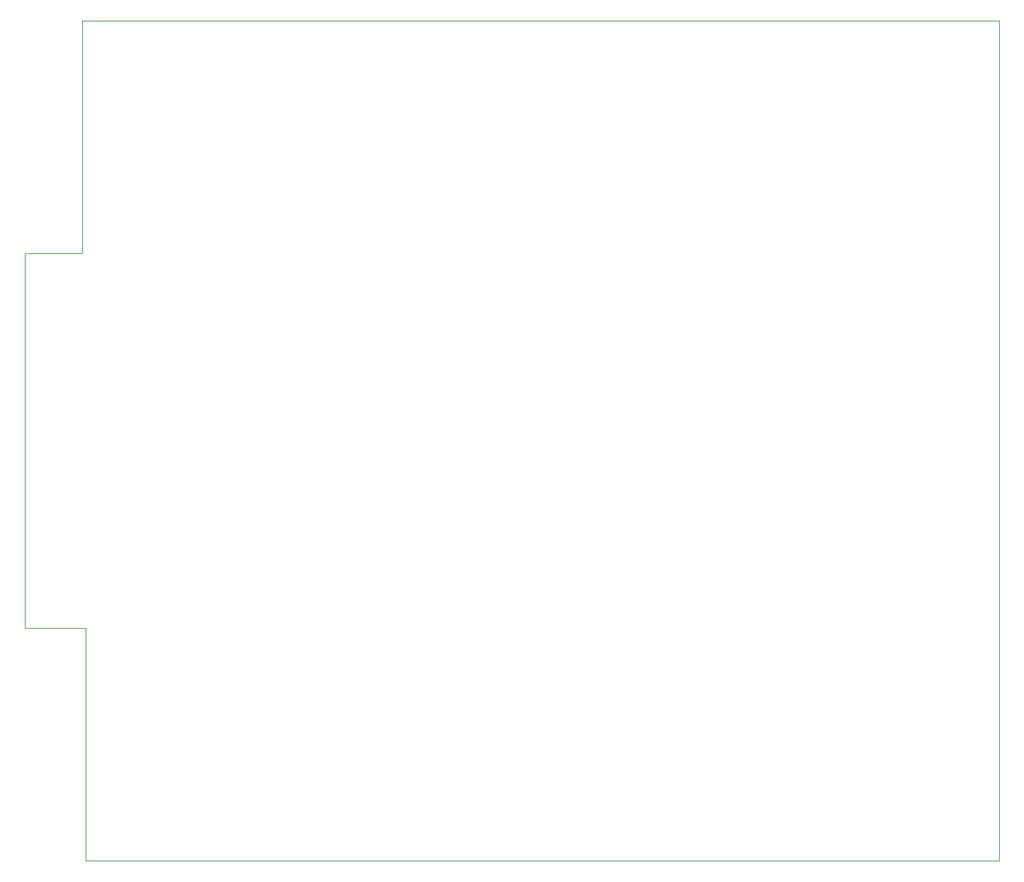
<source format=gbr>
%TF.GenerationSoftware,KiCad,Pcbnew,7.0.2*%
%TF.CreationDate,2023-10-26T19:02:48-06:00*%
%TF.ProjectId,LED_Probe_Breakout,4c45445f-5072-46f6-9265-5f427265616b,rev?*%
%TF.SameCoordinates,Original*%
%TF.FileFunction,Profile,NP*%
%FSLAX46Y46*%
G04 Gerber Fmt 4.6, Leading zero omitted, Abs format (unit mm)*
G04 Created by KiCad (PCBNEW 7.0.2) date 2023-10-26 19:02:48*
%MOMM*%
%LPD*%
G01*
G04 APERTURE LIST*
%TA.AperFunction,Profile*%
%ADD10C,0.100000*%
%TD*%
G04 APERTURE END LIST*
D10*
X-49000000Y-15000000D02*
X-56000000Y-15000000D01*
X-56000000Y-61000000D02*
X-56000000Y-15000000D01*
X-49000000Y13500000D02*
X63500000Y13500000D01*
X-48500000Y-89500000D02*
X-48500000Y-61000000D01*
X63500000Y-89500000D02*
X63500000Y13500000D01*
X-48500000Y-61000000D02*
X-56000000Y-61000000D01*
X-49000000Y-15000000D02*
X-49000000Y13500000D01*
X63500000Y-89500000D02*
X-48500000Y-89500000D01*
M02*

</source>
